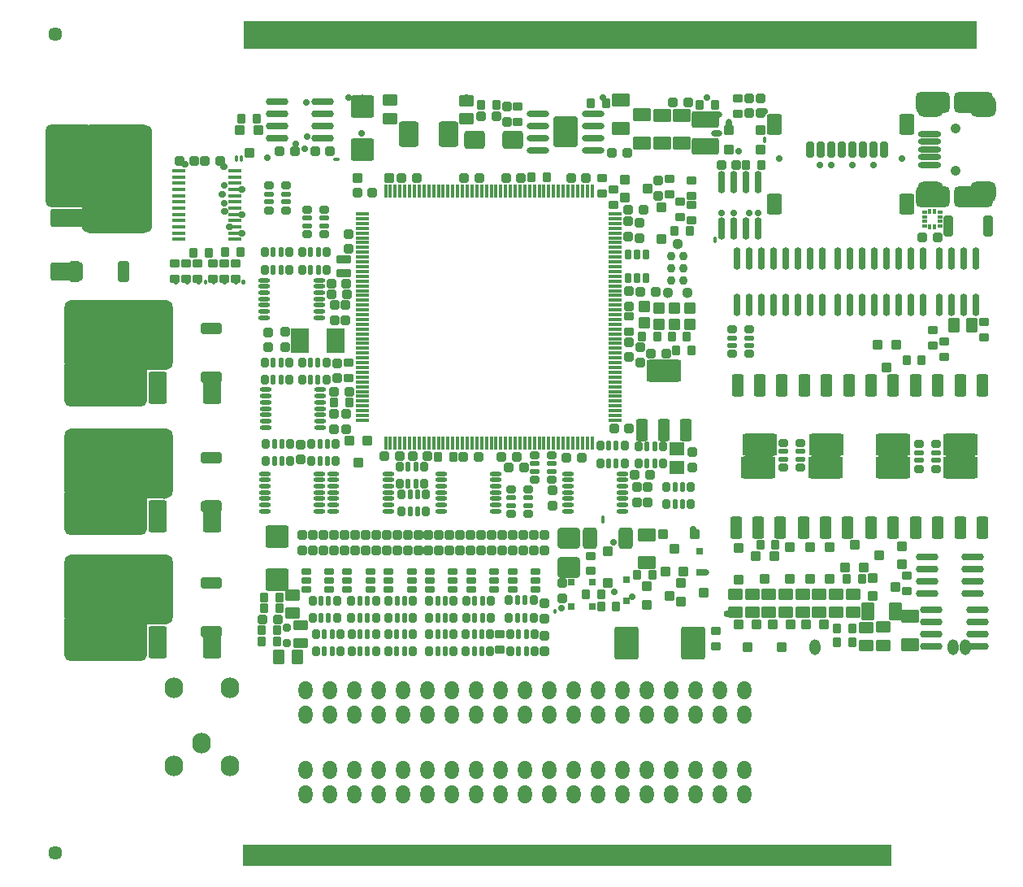
<source format=gts>
G75*
G70*
%OFA0B0*%
%FSLAX25Y25*%
%IPPOS*%
%LPD*%
%AMOC8*
5,1,8,0,0,1.08239X$1,22.5*
%
%AMM100*
21,1,0.044880,0.049210,0.000000,0.000000,90.000000*
21,1,0.031500,0.062600,0.000000,0.000000,90.000000*
1,1,0.013390,0.024610,0.015750*
1,1,0.013390,0.024610,-0.015750*
1,1,0.013390,-0.024610,-0.015750*
1,1,0.013390,-0.024610,0.015750*
%
%AMM111*
21,1,0.100000,0.111020,0.000000,0.000000,180.000000*
21,1,0.075590,0.135430,0.000000,0.000000,180.000000*
1,1,0.024410,-0.037800,0.055510*
1,1,0.024410,0.037800,0.055510*
1,1,0.024410,0.037800,-0.055510*
1,1,0.024410,-0.037800,-0.055510*
%
%AMM112*
21,1,0.029130,0.018900,0.000000,0.000000,270.000000*
21,1,0.018900,0.029130,0.000000,0.000000,270.000000*
1,1,0.010240,-0.009450,-0.009450*
1,1,0.010240,-0.009450,0.009450*
1,1,0.010240,0.009450,0.009450*
1,1,0.010240,0.009450,-0.009450*
%
%AMM113*
21,1,0.041340,0.026770,0.000000,0.000000,0.000000*
21,1,0.029130,0.038980,0.000000,0.000000,0.000000*
1,1,0.012210,0.014570,-0.013390*
1,1,0.012210,-0.014570,-0.013390*
1,1,0.012210,-0.014570,0.013390*
1,1,0.012210,0.014570,0.013390*
%
%AMM114*
21,1,0.029130,0.018900,0.000000,0.000000,180.000000*
21,1,0.018900,0.029130,0.000000,0.000000,180.000000*
1,1,0.010240,-0.009450,0.009450*
1,1,0.010240,0.009450,0.009450*
1,1,0.010240,0.009450,-0.009450*
1,1,0.010240,-0.009450,-0.009450*
%
%AMM115*
21,1,0.040950,0.030320,0.000000,0.000000,0.000000*
21,1,0.028350,0.042910,0.000000,0.000000,0.000000*
1,1,0.012600,0.014170,-0.015160*
1,1,0.012600,-0.014170,-0.015160*
1,1,0.012600,-0.014170,0.015160*
1,1,0.012600,0.014170,0.015160*
%
%AMM116*
21,1,0.084250,0.070870,0.000000,0.000000,270.000000*
21,1,0.062990,0.092130,0.000000,0.000000,270.000000*
1,1,0.021260,-0.035430,-0.031500*
1,1,0.021260,-0.035430,0.031500*
1,1,0.021260,0.035430,0.031500*
1,1,0.021260,0.035430,-0.031500*
%
%AMM117*
21,1,0.056690,0.068500,0.000000,0.000000,180.000000*
21,1,0.040950,0.084250,0.000000,0.000000,180.000000*
1,1,0.015750,-0.020470,0.034250*
1,1,0.015750,0.020470,0.034250*
1,1,0.015750,0.020470,-0.034250*
1,1,0.015750,-0.020470,-0.034250*
%
%AMM118*
21,1,0.038980,0.026770,0.000000,0.000000,90.000000*
21,1,0.026770,0.038980,0.000000,0.000000,90.000000*
1,1,0.012210,0.013390,0.013390*
1,1,0.012210,0.013390,-0.013390*
1,1,0.012210,-0.013390,-0.013390*
1,1,0.012210,-0.013390,0.013390*
%
%AMM119*
21,1,0.041340,0.026770,0.000000,0.000000,90.000000*
21,1,0.029130,0.038980,0.000000,0.000000,90.000000*
1,1,0.012210,0.013390,0.014570*
1,1,0.012210,0.013390,-0.014570*
1,1,0.012210,-0.013390,-0.014570*
1,1,0.012210,-0.013390,0.014570*
%
%AMM120*
21,1,0.076380,0.036220,0.000000,0.000000,180.000000*
21,1,0.061810,0.050790,0.000000,0.000000,180.000000*
1,1,0.014570,-0.030910,0.018110*
1,1,0.014570,0.030910,0.018110*
1,1,0.014570,0.030910,-0.018110*
1,1,0.014570,-0.030910,-0.018110*
%
%AMM126*
21,1,0.111810,0.050390,0.000000,0.000000,0.000000*
21,1,0.093700,0.068500,0.000000,0.000000,0.000000*
1,1,0.018110,0.046850,-0.025200*
1,1,0.018110,-0.046850,-0.025200*
1,1,0.018110,-0.046850,0.025200*
1,1,0.018110,0.046850,0.025200*
%
%AMM127*
21,1,0.080320,0.083460,0.000000,0.000000,180.000000*
21,1,0.059840,0.103940,0.000000,0.000000,180.000000*
1,1,0.020470,-0.029920,0.041730*
1,1,0.020470,0.029920,0.041730*
1,1,0.020470,0.029920,-0.041730*
1,1,0.020470,-0.029920,-0.041730*
%
%AMM128*
21,1,0.127560,0.075590,0.000000,0.000000,270.000000*
21,1,0.103150,0.100000,0.000000,0.000000,270.000000*
1,1,0.024410,-0.037800,-0.051580*
1,1,0.024410,-0.037800,0.051580*
1,1,0.024410,0.037800,0.051580*
1,1,0.024410,0.037800,-0.051580*
%
%AMM129*
21,1,0.084250,0.053540,0.000000,0.000000,180.000000*
21,1,0.065350,0.072440,0.000000,0.000000,180.000000*
1,1,0.018900,-0.032680,0.026770*
1,1,0.018900,0.032680,0.026770*
1,1,0.018900,0.032680,-0.026770*
1,1,0.018900,-0.032680,-0.026770*
%
%AMM130*
21,1,0.092130,0.073230,0.000000,0.000000,90.000000*
21,1,0.069290,0.096060,0.000000,0.000000,90.000000*
1,1,0.022840,0.036610,0.034650*
1,1,0.022840,0.036610,-0.034650*
1,1,0.022840,-0.036610,-0.034650*
1,1,0.022840,-0.036610,0.034650*
%
%AMM133*
21,1,0.084250,0.045670,0.000000,0.000000,270.000000*
21,1,0.067320,0.062600,0.000000,0.000000,270.000000*
1,1,0.016930,-0.022840,-0.033660*
1,1,0.016930,-0.022840,0.033660*
1,1,0.016930,0.022840,0.033660*
1,1,0.016930,0.022840,-0.033660*
%
%AMM134*
21,1,0.064570,0.020470,0.000000,0.000000,270.000000*
21,1,0.053940,0.031100,0.000000,0.000000,270.000000*
1,1,0.010630,-0.010240,-0.026970*
1,1,0.010630,-0.010240,0.026970*
1,1,0.010630,0.010240,0.026970*
1,1,0.010630,0.010240,-0.026970*
%
%AMM140*
21,1,0.076380,0.036220,0.000000,0.000000,270.000000*
21,1,0.061810,0.050790,0.000000,0.000000,270.000000*
1,1,0.014570,-0.018110,-0.030910*
1,1,0.014570,-0.018110,0.030910*
1,1,0.014570,0.018110,0.030910*
1,1,0.014570,0.018110,-0.030910*
%
%AMM141*
21,1,0.040950,0.030320,0.000000,0.000000,90.000000*
21,1,0.028350,0.042910,0.000000,0.000000,90.000000*
1,1,0.012600,0.015160,0.014170*
1,1,0.012600,0.015160,-0.014170*
1,1,0.012600,-0.015160,-0.014170*
1,1,0.012600,-0.015160,0.014170*
%
%AMM142*
21,1,0.048820,0.075980,0.000000,0.000000,180.000000*
21,1,0.034650,0.090160,0.000000,0.000000,180.000000*
1,1,0.014170,-0.017320,0.037990*
1,1,0.014170,0.017320,0.037990*
1,1,0.014170,0.017320,-0.037990*
1,1,0.014170,-0.017320,-0.037990*
%
%AMM143*
21,1,0.048820,0.075990,0.000000,0.000000,180.000000*
21,1,0.034650,0.090160,0.000000,0.000000,180.000000*
1,1,0.014170,-0.017320,0.037990*
1,1,0.014170,0.017320,0.037990*
1,1,0.014170,0.017320,-0.037990*
1,1,0.014170,-0.017320,-0.037990*
%
%AMM144*
21,1,0.143310,0.067720,0.000000,0.000000,180.000000*
21,1,0.120870,0.090160,0.000000,0.000000,180.000000*
1,1,0.022440,-0.060430,0.033860*
1,1,0.022440,0.060430,0.033860*
1,1,0.022440,0.060430,-0.033860*
1,1,0.022440,-0.060430,-0.033860*
%
%AMM146*
21,1,0.038980,0.026770,0.000000,0.000000,0.000000*
21,1,0.026770,0.038980,0.000000,0.000000,0.000000*
1,1,0.012210,0.013390,-0.013390*
1,1,0.012210,-0.013390,-0.013390*
1,1,0.012210,-0.013390,0.013390*
1,1,0.012210,0.013390,0.013390*
%
%AMM35*
21,1,0.086220,0.097440,0.000000,0.000000,270.000000*
21,1,0.040350,0.143310,0.000000,0.000000,270.000000*
1,1,0.045870,-0.048720,-0.020180*
1,1,0.045870,-0.048720,0.020180*
1,1,0.045870,0.048720,0.020180*
1,1,0.045870,0.048720,-0.020180*
%
%AMM36*
21,1,0.086220,0.117130,0.000000,0.000000,270.000000*
21,1,0.040350,0.162990,0.000000,0.000000,270.000000*
1,1,0.045870,-0.058560,-0.020180*
1,1,0.045870,-0.058560,0.020180*
1,1,0.045870,0.058560,0.020180*
1,1,0.045870,0.058560,-0.020180*
%
%AMM37*
21,1,0.084250,0.059060,0.000000,0.000000,90.000000*
21,1,0.039370,0.103940,0.000000,0.000000,90.000000*
1,1,0.044880,0.029530,0.019680*
1,1,0.044880,0.029530,-0.019680*
1,1,0.044880,-0.029530,-0.019680*
1,1,0.044880,-0.029530,0.019680*
%
%AMM38*
21,1,0.015350,0.017720,0.000000,0.000000,180.000000*
21,1,0.000000,0.033070,0.000000,0.000000,180.000000*
1,1,0.015350,0.000000,0.008860*
1,1,0.015350,0.000000,0.008860*
1,1,0.015350,0.000000,-0.008860*
1,1,0.015350,0.000000,-0.008860*
%
%AMM39*
21,1,0.046850,0.070470,0.000000,0.000000,90.000000*
21,1,0.033070,0.084250,0.000000,0.000000,90.000000*
1,1,0.013780,0.035240,0.016540*
1,1,0.013780,0.035240,-0.016540*
1,1,0.013780,-0.035240,-0.016540*
1,1,0.013780,-0.035240,0.016540*
%
%AMM40*
21,1,0.444490,0.226770,0.000000,0.000000,180.000000*
21,1,0.382280,0.288980,0.000000,0.000000,180.000000*
1,1,0.062210,-0.191140,0.113390*
1,1,0.062210,0.191140,0.113390*
1,1,0.062210,0.191140,-0.113390*
1,1,0.062210,-0.191140,-0.113390*
%
%AMM41*
21,1,0.338190,0.149610,0.000000,0.000000,180.000000*
21,1,0.295280,0.192520,0.000000,0.000000,180.000000*
1,1,0.042910,-0.147640,0.074800*
1,1,0.042910,0.147640,0.074800*
1,1,0.042910,0.147640,-0.074800*
1,1,0.042910,-0.147640,-0.074800*
%
%AMM42*
21,1,0.046850,0.070470,0.000000,0.000000,0.000000*
21,1,0.033070,0.084250,0.000000,0.000000,0.000000*
1,1,0.013780,0.016540,-0.035240*
1,1,0.013780,-0.016540,-0.035240*
1,1,0.013780,-0.016540,0.035240*
1,1,0.013780,0.016540,0.035240*
%
%AMM43*
21,1,0.444490,0.226770,0.000000,0.000000,90.000000*
21,1,0.382280,0.288980,0.000000,0.000000,90.000000*
1,1,0.062210,0.113390,0.191140*
1,1,0.062210,0.113390,-0.191140*
1,1,0.062210,-0.113390,-0.191140*
1,1,0.062210,-0.113390,0.191140*
%
%AMM44*
21,1,0.338190,0.149610,0.000000,0.000000,90.000000*
21,1,0.295280,0.192520,0.000000,0.000000,90.000000*
1,1,0.042910,0.074800,0.147640*
1,1,0.042910,0.074800,-0.147640*
1,1,0.042910,-0.074800,-0.147640*
1,1,0.042910,-0.074800,0.147640*
%
%AMM45*
21,1,0.038980,0.026770,0.000000,0.000000,180.000000*
21,1,0.026770,0.038980,0.000000,0.000000,180.000000*
1,1,0.012210,-0.013390,0.013390*
1,1,0.012210,0.013390,0.013390*
1,1,0.012210,0.013390,-0.013390*
1,1,0.012210,-0.013390,-0.013390*
%
%AMM46*
21,1,0.131500,0.056690,0.000000,0.000000,270.000000*
21,1,0.111810,0.076380,0.000000,0.000000,270.000000*
1,1,0.019680,-0.028350,-0.055910*
1,1,0.019680,-0.028350,0.055910*
1,1,0.019680,0.028350,0.055910*
1,1,0.019680,0.028350,-0.055910*
%
%AMM47*
21,1,0.037010,0.072440,0.000000,0.000000,180.000000*
21,1,0.025200,0.084250,0.000000,0.000000,180.000000*
1,1,0.011810,-0.012600,0.036220*
1,1,0.011810,0.012600,0.036220*
1,1,0.011810,0.012600,-0.036220*
1,1,0.011810,-0.012600,-0.036220*
%
%AMM48*
21,1,0.033070,0.030710,0.000000,0.000000,270.000000*
21,1,0.022050,0.041730,0.000000,0.000000,270.000000*
1,1,0.011020,-0.015350,-0.011020*
1,1,0.011020,-0.015350,0.011020*
1,1,0.011020,0.015350,0.011020*
1,1,0.011020,0.015350,-0.011020*
%
%AMM49*
21,1,0.131500,0.056690,0.000000,0.000000,180.000000*
21,1,0.111810,0.076380,0.000000,0.000000,180.000000*
1,1,0.019680,-0.055910,0.028350*
1,1,0.019680,0.055910,0.028350*
1,1,0.019680,0.055910,-0.028350*
1,1,0.019680,-0.055910,-0.028350*
%
%AMM72*
21,1,0.048820,0.075980,0.000000,0.000000,0.000000*
21,1,0.034650,0.090160,0.000000,0.000000,0.000000*
1,1,0.014170,0.017320,-0.037990*
1,1,0.014170,-0.017320,-0.037990*
1,1,0.014170,-0.017320,0.037990*
1,1,0.014170,0.017320,0.037990*
%
%AMM73*
21,1,0.048820,0.075990,0.000000,0.000000,0.000000*
21,1,0.034650,0.090160,0.000000,0.000000,0.000000*
1,1,0.014170,0.017320,-0.037990*
1,1,0.014170,-0.017320,-0.037990*
1,1,0.014170,-0.017320,0.037990*
1,1,0.014170,0.017320,0.037990*
%
%AMM74*
21,1,0.143310,0.067720,0.000000,0.000000,0.000000*
21,1,0.120870,0.090160,0.000000,0.000000,0.000000*
1,1,0.022440,0.060430,-0.033860*
1,1,0.022440,-0.060430,-0.033860*
1,1,0.022440,-0.060430,0.033860*
1,1,0.022440,0.060430,0.033860*
%
%AMM75*
21,1,0.031100,0.026380,0.000000,0.000000,90.000000*
21,1,0.020470,0.037010,0.000000,0.000000,90.000000*
1,1,0.010630,0.013190,0.010240*
1,1,0.010630,0.013190,-0.010240*
1,1,0.010630,-0.013190,-0.010240*
1,1,0.010630,-0.013190,0.010240*
%
%AMM76*
21,1,0.023230,0.027950,0.000000,0.000000,90.000000*
21,1,0.014170,0.037010,0.000000,0.000000,90.000000*
1,1,0.009060,0.013980,0.007090*
1,1,0.009060,0.013980,-0.007090*
1,1,0.009060,-0.013980,-0.007090*
1,1,0.009060,-0.013980,0.007090*
%
%AMM77*
21,1,0.038980,0.026770,0.000000,0.000000,270.000000*
21,1,0.026770,0.038980,0.000000,0.000000,270.000000*
1,1,0.012210,-0.013390,-0.013390*
1,1,0.012210,-0.013390,0.013390*
1,1,0.012210,0.013390,0.013390*
1,1,0.012210,0.013390,-0.013390*
%
%AMM78*
21,1,0.044880,0.035430,0.000000,0.000000,270.000000*
21,1,0.031500,0.048820,0.000000,0.000000,270.000000*
1,1,0.013390,-0.017720,-0.015750*
1,1,0.013390,-0.017720,0.015750*
1,1,0.013390,0.017720,0.015750*
1,1,0.013390,0.017720,-0.015750*
%
%AMM79*
21,1,0.033070,0.030710,0.000000,0.000000,180.000000*
21,1,0.022050,0.041730,0.000000,0.000000,180.000000*
1,1,0.011020,-0.011020,0.015350*
1,1,0.011020,0.011020,0.015350*
1,1,0.011020,0.011020,-0.015350*
1,1,0.011020,-0.011020,-0.015350*
%
%AMM80*
21,1,0.033070,0.030710,0.000000,0.000000,90.000000*
21,1,0.022050,0.041730,0.000000,0.000000,90.000000*
1,1,0.011020,0.015350,0.011020*
1,1,0.011020,0.015350,-0.011020*
1,1,0.011020,-0.015350,-0.011020*
1,1,0.011020,-0.015350,0.011020*
%
%AMM81*
21,1,0.040950,0.030320,0.000000,0.000000,270.000000*
21,1,0.028350,0.042910,0.000000,0.000000,270.000000*
1,1,0.012600,-0.015160,-0.014170*
1,1,0.012600,-0.015160,0.014170*
1,1,0.012600,0.015160,0.014170*
1,1,0.012600,0.015160,-0.014170*
%
%AMM82*
21,1,0.029130,0.030710,0.000000,0.000000,180.000000*
21,1,0.018900,0.040950,0.000000,0.000000,180.000000*
1,1,0.010240,-0.009450,0.015350*
1,1,0.010240,0.009450,0.015350*
1,1,0.010240,0.009450,-0.015350*
1,1,0.010240,-0.009450,-0.015350*
%
%AMM83*
21,1,0.031100,0.026380,0.000000,0.000000,0.000000*
21,1,0.020470,0.037010,0.000000,0.000000,0.000000*
1,1,0.010630,0.010240,-0.013190*
1,1,0.010630,-0.010240,-0.013190*
1,1,0.010630,-0.010240,0.013190*
1,1,0.010630,0.010240,0.013190*
%
%AMM84*
21,1,0.023230,0.027950,0.000000,0.000000,0.000000*
21,1,0.014170,0.037010,0.000000,0.000000,0.000000*
1,1,0.009060,0.007090,-0.013980*
1,1,0.009060,-0.007090,-0.013980*
1,1,0.009060,-0.007090,0.013980*
1,1,0.009060,0.007090,0.013980*
%
%AMM85*
21,1,0.041340,0.026770,0.000000,0.000000,270.000000*
21,1,0.029130,0.038980,0.000000,0.000000,270.000000*
1,1,0.012210,-0.013390,-0.014570*
1,1,0.012210,-0.013390,0.014570*
1,1,0.012210,0.013390,0.014570*
1,1,0.012210,0.013390,-0.014570*
%
%AMM86*
21,1,0.040950,0.030320,0.000000,0.000000,180.000000*
21,1,0.028350,0.042910,0.000000,0.000000,180.000000*
1,1,0.012600,-0.014170,0.015160*
1,1,0.012600,0.014170,0.015160*
1,1,0.012600,0.014170,-0.015160*
1,1,0.012600,-0.014170,-0.015160*
%
%AMM87*
21,1,0.033070,0.049610,0.000000,0.000000,270.000000*
21,1,0.022050,0.060630,0.000000,0.000000,270.000000*
1,1,0.011020,-0.024800,-0.011020*
1,1,0.011020,-0.024800,0.011020*
1,1,0.011020,0.024800,0.011020*
1,1,0.011020,0.024800,-0.011020*
%
%AMM88*
21,1,0.041340,0.026770,0.000000,0.000000,180.000000*
21,1,0.029130,0.038980,0.000000,0.000000,180.000000*
1,1,0.012210,-0.014570,0.013390*
1,1,0.012210,0.014570,0.013390*
1,1,0.012210,0.014570,-0.013390*
1,1,0.012210,-0.014570,-0.013390*
%
%AMM95*
21,1,0.040950,0.050000,0.000000,0.000000,270.000000*
21,1,0.028350,0.062600,0.000000,0.000000,270.000000*
1,1,0.012600,-0.025000,-0.014170*
1,1,0.012600,-0.025000,0.014170*
1,1,0.012600,0.025000,0.014170*
1,1,0.012600,0.025000,-0.014170*
%
%AMM96*
21,1,0.092130,0.073230,0.000000,0.000000,270.000000*
21,1,0.069290,0.096060,0.000000,0.000000,270.000000*
1,1,0.022840,-0.036610,-0.034650*
1,1,0.022840,-0.036610,0.034650*
1,1,0.022840,0.036610,0.034650*
1,1,0.022840,0.036610,-0.034650*
%
%AMM97*
21,1,0.044880,0.049210,0.000000,0.000000,180.000000*
21,1,0.031500,0.062600,0.000000,0.000000,180.000000*
1,1,0.013390,-0.015750,0.024610*
1,1,0.013390,0.015750,0.024610*
1,1,0.013390,0.015750,-0.024610*
1,1,0.013390,-0.015750,-0.024610*
%
%AMM98*
21,1,0.029130,0.030710,0.000000,0.000000,90.000000*
21,1,0.018900,0.040950,0.000000,0.000000,90.000000*
1,1,0.010240,0.015350,0.009450*
1,1,0.010240,0.015350,-0.009450*
1,1,0.010240,-0.015350,-0.009450*
1,1,0.010240,-0.015350,0.009450*
%
%AMM99*
21,1,0.033070,0.030710,0.000000,0.000000,0.000000*
21,1,0.022050,0.041730,0.000000,0.000000,0.000000*
1,1,0.011020,0.011020,-0.015350*
1,1,0.011020,-0.011020,-0.015350*
1,1,0.011020,-0.011020,0.015350*
1,1,0.011020,0.011020,0.015350*
%
%ADD101O,0.01417X0.05669*%
%ADD102O,0.09213X0.02913*%
%ADD103C,0.03651*%
%ADD104C,0.04451*%
%ADD111M45*%
%ADD115M88*%
%ADD116M37*%
%ADD119M40*%
%ADD120M43*%
%ADD121M82*%
%ADD123R,0.04488X0.08425*%
%ADD124R,0.04232X0.39685*%
%ADD126M79*%
%ADD131O,0.01535X0.02520*%
%ADD141M114*%
%ADD144O,0.04488X0.06457*%
%ADD146M126*%
%ADD150M78*%
%ADD153M87*%
%ADD154M146*%
%ADD157M38*%
%ADD16M111*%
%ADD160M98*%
%ADD161M141*%
%ADD162O,0.02913X0.09213*%
%ADD164M42*%
%ADD170M130*%
%ADD171M127*%
%ADD176C,0.04095*%
%ADD177R,0.04488X0.12362*%
%ADD188M75*%
%ADD190M39*%
%ADD198M99*%
%ADD20M81*%
%ADD203M84*%
%ADD204C,0.03701*%
%ADD206M120*%
%ADD209M86*%
%ADD210M72*%
%ADD212M113*%
%ADD213O,0.05669X0.01417*%
%ADD216M46*%
%ADD219M140*%
%ADD22M112*%
%ADD222R,2.65847X0.08563*%
%ADD224M144*%
%ADD226O,0.04488X0.02520*%
%ADD229M128*%
%ADD23M133*%
%ADD230R,0.06457X0.05669*%
%ADD238M96*%
%ADD24M100*%
%ADD240M73*%
%ADD242R,0.08425X0.04488*%
%ADD248M119*%
%ADD25R,0.39685X0.04232*%
%ADD252M85*%
%ADD255O,0.09213X0.02520*%
%ADD256O,0.02520X0.01535*%
%ADD257M44*%
%ADD258C,0.04488*%
%ADD259O,0.09409X0.02520*%
%ADD262R,0.12362X0.04488*%
%ADD265O,0.01339X0.03307*%
%ADD274C,0.00551*%
%ADD278M134*%
%ADD284O,0.07638X0.08425*%
%ADD287M118*%
%ADD290C,0.05701*%
%ADD291M116*%
%ADD299M47*%
%ADD301M142*%
%ADD302M74*%
%ADD31O,0.05512X0.01535*%
%ADD37O,0.02520X0.04488*%
%ADD38M35*%
%ADD45M143*%
%ADD48R,0.07244X0.10000*%
%ADD49O,0.01339X0.02520*%
%ADD52M80*%
%ADD55M115*%
%ADD57O,0.01339X0.02126*%
%ADD58R,3.01083X0.11614*%
%ADD61O,0.04882X0.01732*%
%ADD67M49*%
%ADD71M129*%
%ADD72R,0.01535X0.01929*%
%ADD80R,0.01929X0.01535*%
%ADD81M36*%
%ADD83O,0.03701X0.02913*%
%ADD84M76*%
%ADD85M41*%
%ADD86M97*%
%ADD88M77*%
%ADD89M83*%
%ADD90C,0.02913*%
%ADD92O,0.05669X0.07638*%
%ADD96M95*%
%ADD97M117*%
%ADD98M48*%
X0000000Y0000000D02*
G01*
G75*
G36*
X0369370Y0262219D02*
X0369228Y0262219D01*
X0369228Y0264921D01*
X0369370Y0264921D01*
X0369370Y0262219D01*
D02*
G37*
G36*
X0369370Y0265548D02*
X0369131Y0265548D01*
X0369131Y0266890D01*
X0369370Y0266890D01*
X0369370Y0265548D01*
D02*
G37*
G36*
X0369370Y0268852D02*
X0369181Y0268852D01*
X0369181Y0268858D01*
X0369370Y0268858D01*
X0369370Y0268852D01*
D02*
G37*
D124*
X0011860Y0105059D02*
D03*
X0011860Y0156634D02*
D03*
X0011861Y0209390D02*
D03*
D25*
X0022776Y0301526D02*
D03*
D222*
X0215699Y0004281D02*
D03*
D58*
X0233317Y0340650D02*
D03*
D38*
X0365547Y0313090D02*
D03*
X0365547Y0274311D02*
D03*
D81*
X0382279Y0313090D02*
D03*
X0382279Y0274311D02*
D03*
D116*
X0364642Y0276181D02*
D03*
X0386098Y0276181D02*
D03*
X0386098Y0311221D02*
D03*
X0364642Y0311221D02*
D03*
D259*
X0364268Y0293701D02*
D03*
X0364268Y0290551D02*
D03*
X0364268Y0287402D02*
D03*
X0364268Y0296850D02*
D03*
X0364268Y0300000D02*
D03*
D157*
X0230315Y0141929D02*
D03*
D49*
X0210630Y0104331D02*
D03*
D226*
X0271752Y0120276D02*
D03*
X0277047Y0307973D02*
D03*
X0277047Y0300492D02*
D03*
D131*
X0081988Y0289862D02*
D03*
X0080020Y0289862D02*
D03*
D256*
X0120768Y0289665D02*
D03*
D131*
X0276260Y0256693D02*
D03*
D265*
X0296634Y0297638D02*
D03*
D37*
X0281791Y0304035D02*
D03*
D144*
X0317231Y0089582D02*
D03*
X0373825Y0089582D02*
D03*
X0378769Y0089582D02*
D03*
D83*
X0281581Y0103347D02*
D03*
D57*
X0067422Y0239273D02*
D03*
X0070728Y0239273D02*
D03*
X0064468Y0239273D02*
D03*
X0075354Y0239273D02*
D03*
X0079980Y0239273D02*
D03*
X0082972Y0239273D02*
D03*
X0059842Y0239273D02*
D03*
X0055216Y0239273D02*
D03*
D190*
X0069685Y0115905D02*
D03*
X0069685Y0095906D02*
D03*
X0069685Y0167480D02*
D03*
X0069685Y0147480D02*
D03*
X0069685Y0220236D02*
D03*
X0069685Y0200236D02*
D03*
D262*
X0018602Y0093012D02*
D03*
X0018602Y0105905D02*
D03*
X0018602Y0118799D02*
D03*
X0038484Y0106004D02*
D03*
X0038484Y0118898D02*
D03*
X0018602Y0144587D02*
D03*
X0018602Y0157480D02*
D03*
X0018602Y0170374D02*
D03*
X0038484Y0157579D02*
D03*
X0038484Y0170472D02*
D03*
X0018602Y0197343D02*
D03*
X0018602Y0210236D02*
D03*
X0018602Y0223130D02*
D03*
X0038484Y0210335D02*
D03*
X0038484Y0223228D02*
D03*
D242*
X0036515Y0093110D02*
D03*
X0036515Y0144685D02*
D03*
X0036515Y0197441D02*
D03*
D119*
X0031693Y0113287D02*
D03*
X0031693Y0164862D02*
D03*
X0031693Y0217618D02*
D03*
D85*
X0026378Y0093701D02*
D03*
X0026378Y0145276D02*
D03*
X0026378Y0198031D02*
D03*
D164*
X0033622Y0243701D02*
D03*
X0013622Y0243701D02*
D03*
D177*
X0010728Y0294783D02*
D03*
X0023622Y0294783D02*
D03*
X0036516Y0294783D02*
D03*
X0023720Y0274902D02*
D03*
X0036614Y0274902D02*
D03*
D123*
X0010827Y0276870D02*
D03*
D120*
X0031004Y0281693D02*
D03*
D257*
X0011417Y0287008D02*
D03*
D80*
X0362205Y0266142D02*
D03*
X0362205Y0264173D02*
D03*
X0362205Y0268110D02*
D03*
X0362205Y0262205D02*
D03*
X0368504Y0268110D02*
D03*
X0368504Y0266142D02*
D03*
X0368504Y0264173D02*
D03*
X0368504Y0262205D02*
D03*
D72*
X0364370Y0268307D02*
D03*
X0366339Y0268307D02*
D03*
X0366339Y0262008D02*
D03*
X0364370Y0262008D02*
D03*
D111*
X0367480Y0257776D02*
D03*
X0361260Y0257776D02*
D03*
D216*
X0069784Y0091732D02*
D03*
X0047736Y0091732D02*
D03*
X0047736Y0196063D02*
D03*
X0069784Y0196063D02*
D03*
X0047736Y0143307D02*
D03*
X0069784Y0143307D02*
D03*
D299*
X0388387Y0262319D02*
D03*
X0371851Y0262319D02*
D03*
D98*
X0276673Y0096260D02*
D03*
X0276673Y0089961D02*
D03*
D67*
X0010236Y0243602D02*
D03*
X0010236Y0265650D02*
D03*
D176*
X0374799Y0285039D02*
D03*
X0374799Y0302362D02*
D03*
D90*
X0234744Y0132776D02*
D03*
X0213287Y0105807D02*
D03*
X0242224Y0110236D02*
D03*
X0267126Y0137992D02*
D03*
X0234813Y0112175D02*
D03*
X0352772Y0290075D02*
D03*
X0319390Y0287402D02*
D03*
X0302756Y0290039D02*
D03*
X0332579Y0287402D02*
D03*
X0341339Y0287402D02*
D03*
X0324016Y0287402D02*
D03*
X0296555Y0309350D02*
D03*
X0104331Y0296063D02*
D03*
X0107776Y0293996D02*
D03*
X0108957Y0299016D02*
D03*
X0108661Y0312992D02*
D03*
X0290354Y0267815D02*
D03*
X0293898Y0267815D02*
D03*
X0278839Y0267815D02*
D03*
X0283858Y0267815D02*
D03*
X0286043Y0293110D02*
D03*
X0230118Y0315158D02*
D03*
X0273031Y0315158D02*
D03*
X0131398Y0300197D02*
D03*
X0174213Y0315158D02*
D03*
X0125932Y0315158D02*
D03*
X0075059Y0279035D02*
D03*
X0082284Y0277362D02*
D03*
X0074213Y0275197D02*
D03*
X0075059Y0271752D02*
D03*
X0082284Y0267126D02*
D03*
X0075354Y0268406D02*
D03*
X0077126Y0262008D02*
D03*
X0082284Y0259449D02*
D03*
X0075000Y0286516D02*
D03*
X0058957Y0287697D02*
D03*
D274*
X0312205Y0052165D02*
D03*
X0319882Y0021457D02*
D03*
X0028346Y0021457D02*
D03*
X0036024Y0052165D02*
D03*
X0034331Y0073150D02*
D03*
X0316496Y0073150D02*
D03*
X0015079Y0039449D02*
D03*
X0333701Y0039449D02*
D03*
X0250590Y0317717D02*
D03*
D284*
X0054331Y0041142D02*
D03*
X0077165Y0041142D02*
D03*
X0065748Y0050315D02*
D03*
X0054331Y0073150D02*
D03*
X0077165Y0073150D02*
D03*
D92*
X0208307Y0062087D02*
D03*
X0288307Y0072087D02*
D03*
X0288307Y0062087D02*
D03*
X0278307Y0072087D02*
D03*
X0278307Y0062087D02*
D03*
X0268307Y0072087D02*
D03*
X0268307Y0062087D02*
D03*
X0258307Y0072087D02*
D03*
X0258307Y0062087D02*
D03*
X0248307Y0072087D02*
D03*
X0248307Y0062087D02*
D03*
X0238307Y0072087D02*
D03*
X0238307Y0062087D02*
D03*
X0228307Y0072087D02*
D03*
X0228307Y0062087D02*
D03*
X0218307Y0072087D02*
D03*
X0218307Y0062087D02*
D03*
X0208307Y0072087D02*
D03*
X0208307Y0029331D02*
D03*
X0288307Y0039331D02*
D03*
X0288307Y0029331D02*
D03*
X0278307Y0039331D02*
D03*
X0278307Y0029331D02*
D03*
X0268307Y0039331D02*
D03*
X0268307Y0029331D02*
D03*
X0258307Y0039331D02*
D03*
X0258307Y0029331D02*
D03*
X0248307Y0039331D02*
D03*
X0248307Y0029331D02*
D03*
X0238307Y0039331D02*
D03*
X0238307Y0029331D02*
D03*
X0228307Y0039331D02*
D03*
X0228307Y0029331D02*
D03*
X0218307Y0039331D02*
D03*
X0218307Y0029331D02*
D03*
X0208307Y0039331D02*
D03*
X0108307Y0062087D02*
D03*
X0108307Y0072087D02*
D03*
X0118307Y0062087D02*
D03*
X0118307Y0072087D02*
D03*
X0128307Y0062087D02*
D03*
X0128307Y0072087D02*
D03*
X0138307Y0062087D02*
D03*
X0138307Y0072087D02*
D03*
X0148307Y0062087D02*
D03*
X0148307Y0072087D02*
D03*
X0158307Y0062087D02*
D03*
X0158307Y0072087D02*
D03*
X0168307Y0062087D02*
D03*
X0168307Y0072087D02*
D03*
X0178307Y0062087D02*
D03*
X0178307Y0072087D02*
D03*
X0188307Y0062087D02*
D03*
X0188307Y0072087D02*
D03*
X0198307Y0062087D02*
D03*
X0198307Y0072087D02*
D03*
X0108307Y0029331D02*
D03*
X0108307Y0039331D02*
D03*
X0118307Y0029331D02*
D03*
X0118307Y0039331D02*
D03*
X0128307Y0029331D02*
D03*
X0128307Y0039331D02*
D03*
X0138307Y0029331D02*
D03*
X0138307Y0039331D02*
D03*
X0148307Y0029331D02*
D03*
X0148307Y0039331D02*
D03*
X0158307Y0029331D02*
D03*
X0158307Y0039331D02*
D03*
X0168307Y0029331D02*
D03*
X0168307Y0039331D02*
D03*
X0178307Y0029331D02*
D03*
X0178307Y0039331D02*
D03*
X0188307Y0029331D02*
D03*
X0188307Y0039331D02*
D03*
X0198307Y0029331D02*
D03*
X0198307Y0039331D02*
D03*
D290*
X0005630Y0341024D02*
D03*
X0343012Y0005433D02*
D03*
X0005630Y0005433D02*
D03*
D258*
X0028543Y0124114D02*
D03*
X0028543Y0112106D02*
D03*
X0028543Y0099803D02*
D03*
X0028543Y0087795D02*
D03*
X0040944Y0087795D02*
D03*
X0035728Y0087795D02*
D03*
X0040944Y0099803D02*
D03*
X0035728Y0099803D02*
D03*
X0042913Y0112106D02*
D03*
X0035728Y0112106D02*
D03*
X0035728Y0124114D02*
D03*
X0042913Y0124114D02*
D03*
X0050098Y0101181D02*
D03*
X0050098Y0112106D02*
D03*
X0050098Y0124114D02*
D03*
X0028543Y0093799D02*
D03*
X0028543Y0105905D02*
D03*
X0028543Y0118110D02*
D03*
X0050098Y0118110D02*
D03*
X0050098Y0106102D02*
D03*
X0028543Y0175689D02*
D03*
X0028543Y0163681D02*
D03*
X0028543Y0151378D02*
D03*
X0028543Y0139370D02*
D03*
X0040944Y0139370D02*
D03*
X0035728Y0139370D02*
D03*
X0040944Y0151378D02*
D03*
X0035728Y0151378D02*
D03*
X0042913Y0163681D02*
D03*
X0035728Y0163681D02*
D03*
X0035728Y0175689D02*
D03*
X0042913Y0175689D02*
D03*
X0050098Y0152756D02*
D03*
X0050098Y0163681D02*
D03*
X0050098Y0175689D02*
D03*
X0028543Y0145374D02*
D03*
X0028543Y0157480D02*
D03*
X0028543Y0169685D02*
D03*
X0050098Y0169685D02*
D03*
X0050098Y0157677D02*
D03*
X0028543Y0228445D02*
D03*
X0028543Y0216437D02*
D03*
X0028543Y0204134D02*
D03*
X0028543Y0192126D02*
D03*
X0040944Y0192126D02*
D03*
X0035728Y0192126D02*
D03*
X0040944Y0204134D02*
D03*
X0035728Y0204134D02*
D03*
X0042913Y0216437D02*
D03*
X0035728Y0216437D02*
D03*
X0035728Y0228445D02*
D03*
X0042913Y0228445D02*
D03*
X0050098Y0205512D02*
D03*
X0050098Y0216437D02*
D03*
X0050098Y0228445D02*
D03*
X0028543Y0198130D02*
D03*
X0028543Y0210236D02*
D03*
X0028543Y0222441D02*
D03*
X0050098Y0222441D02*
D03*
X0050098Y0210433D02*
D03*
X0041831Y0284843D02*
D03*
X0029823Y0284843D02*
D03*
X0017520Y0284843D02*
D03*
X0005512Y0284843D02*
D03*
X0005512Y0272441D02*
D03*
X0005512Y0277658D02*
D03*
X0017520Y0272441D02*
D03*
X0017520Y0277658D02*
D03*
X0029823Y0270473D02*
D03*
X0029823Y0277658D02*
D03*
X0041831Y0277658D02*
D03*
X0041831Y0270473D02*
D03*
X0018898Y0263288D02*
D03*
X0029823Y0263288D02*
D03*
X0041831Y0263288D02*
D03*
X0011516Y0284842D02*
D03*
X0023622Y0284842D02*
D03*
X0035827Y0284843D02*
D03*
X0035827Y0263288D02*
D03*
X0023819Y0263288D02*
D03*
X0087382Y0140157D02*
G01*
G75*
D210*
X0246240Y0178740D02*
D03*
X0264351Y0178740D02*
D03*
D240*
X0255295Y0178740D02*
D03*
D302*
X0255295Y0203149D02*
D03*
D157*
X0230315Y0141929D02*
D03*
D188*
X0100276Y0278838D02*
D03*
X0093189Y0278838D02*
D03*
X0093189Y0268799D02*
D03*
X0100276Y0268799D02*
D03*
X0115886Y0269074D02*
D03*
X0108799Y0269074D02*
D03*
X0108799Y0259034D02*
D03*
X0115886Y0259034D02*
D03*
X0192599Y0154429D02*
D03*
X0199685Y0154429D02*
D03*
X0199685Y0144389D02*
D03*
X0192599Y0144389D02*
D03*
X0202244Y0168307D02*
D03*
X0209331Y0168307D02*
D03*
X0209331Y0158267D02*
D03*
X0202244Y0158267D02*
D03*
D84*
X0093189Y0272244D02*
D03*
X0093189Y0275393D02*
D03*
X0100276Y0275393D02*
D03*
X0100276Y0272244D02*
D03*
X0108799Y0262479D02*
D03*
X0108799Y0265629D02*
D03*
X0115886Y0265629D02*
D03*
X0115886Y0262479D02*
D03*
X0192599Y0150984D02*
D03*
X0192599Y0147834D02*
D03*
X0199685Y0147834D02*
D03*
X0199685Y0150984D02*
D03*
X0202244Y0164862D02*
D03*
X0202244Y0161712D02*
D03*
X0209331Y0161712D02*
D03*
X0209331Y0164862D02*
D03*
D61*
X0215925Y0160826D02*
D03*
X0215925Y0158267D02*
D03*
X0215925Y0155708D02*
D03*
X0215925Y0153149D02*
D03*
X0215925Y0150590D02*
D03*
X0215925Y0148031D02*
D03*
X0215925Y0145472D02*
D03*
X0238366Y0160826D02*
D03*
X0238366Y0158267D02*
D03*
X0238366Y0155708D02*
D03*
X0238366Y0153149D02*
D03*
X0238366Y0150590D02*
D03*
X0238366Y0148031D02*
D03*
X0238366Y0145472D02*
D03*
X0091909Y0195177D02*
D03*
X0091909Y0192618D02*
D03*
X0091909Y0190059D02*
D03*
X0091909Y0187500D02*
D03*
X0091909Y0184940D02*
D03*
X0091909Y0182381D02*
D03*
X0091909Y0179822D02*
D03*
X0114351Y0195177D02*
D03*
X0114351Y0192618D02*
D03*
X0114351Y0190059D02*
D03*
X0114351Y0187500D02*
D03*
X0114351Y0184940D02*
D03*
X0114351Y0182381D02*
D03*
X0114351Y0179822D02*
D03*
X0091417Y0240157D02*
D03*
X0091417Y0237598D02*
D03*
X0091417Y0235039D02*
D03*
X0091417Y0232480D02*
D03*
X0091417Y0229921D02*
D03*
X0091417Y0227362D02*
D03*
X0091417Y0224803D02*
D03*
X0113858Y0240157D02*
D03*
X0113858Y0237598D02*
D03*
X0113858Y0235039D02*
D03*
X0113858Y0232480D02*
D03*
X0113858Y0229921D02*
D03*
X0113858Y0227362D02*
D03*
X0113858Y0224803D02*
D03*
X0142106Y0145472D02*
D03*
X0142106Y0148031D02*
D03*
X0142106Y0150590D02*
D03*
X0142106Y0153149D02*
D03*
X0142106Y0155708D02*
D03*
X0142106Y0158267D02*
D03*
X0142106Y0160826D02*
D03*
X0119666Y0145472D02*
D03*
X0119666Y0148031D02*
D03*
X0119666Y0150590D02*
D03*
X0119666Y0153149D02*
D03*
X0119666Y0155708D02*
D03*
X0119666Y0158267D02*
D03*
X0119666Y0160826D02*
D03*
X0186398Y0145472D02*
D03*
X0186398Y0148031D02*
D03*
X0186398Y0150590D02*
D03*
X0186398Y0153149D02*
D03*
X0186398Y0155708D02*
D03*
X0186398Y0158267D02*
D03*
X0186398Y0160826D02*
D03*
X0163957Y0145472D02*
D03*
X0163957Y0148031D02*
D03*
X0163957Y0150590D02*
D03*
X0163957Y0153149D02*
D03*
X0163957Y0155708D02*
D03*
X0163957Y0158267D02*
D03*
X0163957Y0160826D02*
D03*
X0091614Y0160826D02*
D03*
X0091614Y0158267D02*
D03*
X0091614Y0155708D02*
D03*
X0091614Y0153149D02*
D03*
X0091614Y0150590D02*
D03*
X0091614Y0148031D02*
D03*
X0091614Y0145472D02*
D03*
X0114055Y0160826D02*
D03*
X0114055Y0158267D02*
D03*
X0114055Y0155708D02*
D03*
X0114055Y0153149D02*
D03*
X0114055Y0150590D02*
D03*
X0114055Y0148031D02*
D03*
X0114055Y0145472D02*
D03*
D213*
X0131673Y0267322D02*
D03*
X0131673Y0265354D02*
D03*
X0131673Y0263385D02*
D03*
X0131673Y0261417D02*
D03*
X0131673Y0259448D02*
D03*
X0131673Y0257480D02*
D03*
X0131673Y0255511D02*
D03*
X0131673Y0253543D02*
D03*
X0131673Y0251574D02*
D03*
X0131673Y0249606D02*
D03*
X0131673Y0247637D02*
D03*
X0131673Y0245669D02*
D03*
X0131673Y0243700D02*
D03*
X0131673Y0241732D02*
D03*
X0131673Y0239763D02*
D03*
X0131673Y0237795D02*
D03*
X0131673Y0235826D02*
D03*
X0131673Y0233858D02*
D03*
X0131673Y0231889D02*
D03*
X0131673Y0229921D02*
D03*
X0131673Y0227952D02*
D03*
X0131673Y0225984D02*
D03*
X0131673Y0224015D02*
D03*
X0131673Y0222047D02*
D03*
X0131673Y0220078D02*
D03*
X0131673Y0218110D02*
D03*
X0131673Y0216141D02*
D03*
X0131673Y0214173D02*
D03*
X0131673Y0212204D02*
D03*
X0131673Y0210236D02*
D03*
X0131673Y0208267D02*
D03*
X0131673Y0206299D02*
D03*
X0131673Y0204330D02*
D03*
X0131673Y0202362D02*
D03*
X0131673Y0200393D02*
D03*
X0131673Y0198425D02*
D03*
X0131673Y0196456D02*
D03*
X0131673Y0194488D02*
D03*
X0131673Y0192519D02*
D03*
X0131673Y0190551D02*
D03*
X0131673Y0188582D02*
D03*
X0131673Y0186614D02*
D03*
X0131673Y0184645D02*
D03*
X0131673Y0182677D02*
D03*
X0235217Y0182677D02*
D03*
X0235217Y0184645D02*
D03*
X0235217Y0186614D02*
D03*
X0235217Y0188582D02*
D03*
X0235217Y0190551D02*
D03*
X0235217Y0192519D02*
D03*
X0235217Y0194488D02*
D03*
X0235217Y0196456D02*
D03*
X0235217Y0198425D02*
D03*
X0235217Y0200393D02*
D03*
X0235217Y0202362D02*
D03*
X0235217Y0204330D02*
D03*
X0235217Y0206299D02*
D03*
X0235217Y0208267D02*
D03*
X0235217Y0210236D02*
D03*
X0235217Y0212204D02*
D03*
X0235217Y0214173D02*
D03*
X0235217Y0216141D02*
D03*
X0235217Y0218110D02*
D03*
X0235217Y0220078D02*
D03*
X0235217Y0222047D02*
D03*
X0235217Y0224015D02*
D03*
X0235217Y0225984D02*
D03*
X0235217Y0227952D02*
D03*
X0235217Y0229921D02*
D03*
X0235217Y0231889D02*
D03*
X0235217Y0233858D02*
D03*
X0235217Y0235826D02*
D03*
X0235217Y0237795D02*
D03*
X0235217Y0239763D02*
D03*
X0235217Y0241732D02*
D03*
X0235217Y0243700D02*
D03*
X0235217Y0245669D02*
D03*
X0235217Y0247637D02*
D03*
X0235217Y0249606D02*
D03*
X0235217Y0251574D02*
D03*
X0235217Y0253543D02*
D03*
X0235217Y0255511D02*
D03*
X0235217Y0257480D02*
D03*
X0235217Y0259448D02*
D03*
X0235217Y0261417D02*
D03*
X0235217Y0263385D02*
D03*
X0235217Y0265354D02*
D03*
X0235217Y0267322D02*
D03*
D101*
X0141122Y0173228D02*
D03*
X0143091Y0173228D02*
D03*
X0145059Y0173228D02*
D03*
X0147028Y0173228D02*
D03*
X0148996Y0173228D02*
D03*
X0150965Y0173228D02*
D03*
X0152933Y0173228D02*
D03*
X0154902Y0173228D02*
D03*
X0156870Y0173228D02*
D03*
X0158839Y0173228D02*
D03*
X0160807Y0173228D02*
D03*
X0162776Y0173228D02*
D03*
X0164744Y0173228D02*
D03*
X0166713Y0173228D02*
D03*
X0168681Y0173228D02*
D03*
X0170650Y0173228D02*
D03*
X0172618Y0173228D02*
D03*
X0174587Y0173228D02*
D03*
X0176555Y0173228D02*
D03*
X0178524Y0173228D02*
D03*
X0180492Y0173228D02*
D03*
X0182461Y0173228D02*
D03*
X0184429Y0173228D02*
D03*
X0186398Y0173228D02*
D03*
X0188366Y0173228D02*
D03*
X0190335Y0173228D02*
D03*
X0192303Y0173228D02*
D03*
X0194272Y0173228D02*
D03*
X0196240Y0173228D02*
D03*
X0198209Y0173228D02*
D03*
X0200177Y0173228D02*
D03*
X0202146Y0173228D02*
D03*
X0204114Y0173228D02*
D03*
X0206083Y0173228D02*
D03*
X0208051Y0173228D02*
D03*
X0210020Y0173228D02*
D03*
X0211988Y0173228D02*
D03*
X0213957Y0173228D02*
D03*
X0215925Y0173228D02*
D03*
X0217894Y0173228D02*
D03*
X0219862Y0173228D02*
D03*
X0221831Y0173228D02*
D03*
X0223799Y0173228D02*
D03*
X0225768Y0173228D02*
D03*
X0225768Y0276771D02*
D03*
X0223799Y0276771D02*
D03*
X0221831Y0276771D02*
D03*
X0219862Y0276771D02*
D03*
X0217894Y0276771D02*
D03*
X0215925Y0276771D02*
D03*
X0213957Y0276771D02*
D03*
X0211988Y0276771D02*
D03*
X0210020Y0276771D02*
D03*
X0208051Y0276771D02*
D03*
X0206083Y0276771D02*
D03*
X0204114Y0276771D02*
D03*
X0202146Y0276771D02*
D03*
X0200177Y0276771D02*
D03*
X0198209Y0276771D02*
D03*
X0196240Y0276771D02*
D03*
X0194272Y0276771D02*
D03*
X0192303Y0276771D02*
D03*
X0190335Y0276771D02*
D03*
X0188366Y0276771D02*
D03*
X0186398Y0276771D02*
D03*
X0184429Y0276771D02*
D03*
X0182461Y0276771D02*
D03*
X0180492Y0276771D02*
D03*
X0178524Y0276771D02*
D03*
X0176555Y0276771D02*
D03*
X0174587Y0276771D02*
D03*
X0172618Y0276771D02*
D03*
X0170650Y0276771D02*
D03*
X0168681Y0276771D02*
D03*
X0166713Y0276771D02*
D03*
X0164744Y0276771D02*
D03*
X0162776Y0276771D02*
D03*
X0160807Y0276771D02*
D03*
X0158839Y0276771D02*
D03*
X0156870Y0276771D02*
D03*
X0154902Y0276771D02*
D03*
X0152933Y0276771D02*
D03*
X0150965Y0276771D02*
D03*
X0148996Y0276771D02*
D03*
X0147028Y0276771D02*
D03*
X0145059Y0276771D02*
D03*
X0143091Y0276771D02*
D03*
X0141122Y0276771D02*
D03*
D111*
X0243327Y0160236D02*
D03*
X0249547Y0160236D02*
D03*
X0240571Y0268897D02*
D03*
X0246791Y0268897D02*
D03*
X0249921Y0210039D02*
D03*
X0256142Y0210039D02*
D03*
X0152185Y0167913D02*
D03*
X0158406Y0167913D02*
D03*
X0223327Y0281968D02*
D03*
X0217106Y0281968D02*
D03*
X0215276Y0167322D02*
D03*
X0221496Y0167322D02*
D03*
X0129449Y0275984D02*
D03*
X0135669Y0275984D02*
D03*
X0245689Y0235334D02*
D03*
X0251909Y0235334D02*
D03*
X0140669Y0167913D02*
D03*
X0146890Y0167913D02*
D03*
X0191555Y0163188D02*
D03*
X0197776Y0163188D02*
D03*
X0125138Y0234350D02*
D03*
X0118918Y0234350D02*
D03*
X0153878Y0282086D02*
D03*
X0147658Y0282086D02*
D03*
X0173347Y0281988D02*
D03*
X0179567Y0281988D02*
D03*
X0190473Y0281988D02*
D03*
X0196693Y0281988D02*
D03*
X0240984Y0179429D02*
D03*
X0234764Y0179429D02*
D03*
X0179173Y0167519D02*
D03*
X0172953Y0167519D02*
D03*
X0194823Y0167618D02*
D03*
X0188603Y0167618D02*
D03*
X0125039Y0238680D02*
D03*
X0118819Y0238680D02*
D03*
X0120000Y0194389D02*
D03*
X0126221Y0194389D02*
D03*
D88*
X0253032Y0280866D02*
D03*
X0253032Y0274645D02*
D03*
X0266811Y0163425D02*
D03*
X0266811Y0169645D02*
D03*
X0240630Y0258110D02*
D03*
X0240630Y0264330D02*
D03*
X0124685Y0223759D02*
D03*
X0124685Y0229980D02*
D03*
X0245158Y0257322D02*
D03*
X0245158Y0263543D02*
D03*
X0209725Y0147677D02*
D03*
X0209725Y0153897D02*
D03*
X0244173Y0149153D02*
D03*
X0244173Y0155374D02*
D03*
X0248603Y0155373D02*
D03*
X0248603Y0149153D02*
D03*
X0099882Y0218858D02*
D03*
X0099882Y0212637D02*
D03*
X0120158Y0223759D02*
D03*
X0120158Y0229980D02*
D03*
X0124784Y0179074D02*
D03*
X0124784Y0185295D02*
D03*
X0119961Y0178976D02*
D03*
X0119961Y0185196D02*
D03*
X0106378Y0166574D02*
D03*
X0106378Y0172795D02*
D03*
X0092795Y0212539D02*
D03*
X0092795Y0218759D02*
D03*
X0240925Y0229468D02*
D03*
X0240925Y0235688D02*
D03*
X0241024Y0214724D02*
D03*
X0241024Y0208504D02*
D03*
X0121142Y0199842D02*
D03*
X0121142Y0206062D02*
D03*
X0245551Y0212559D02*
D03*
X0245551Y0206338D02*
D03*
X0125866Y0259114D02*
D03*
X0125866Y0252893D02*
D03*
D150*
X0265827Y0228543D02*
D03*
X0265827Y0221850D02*
D03*
X0253327Y0221948D02*
D03*
X0253327Y0228641D02*
D03*
X0259528Y0228543D02*
D03*
X0259528Y0221850D02*
D03*
X0247402Y0222539D02*
D03*
X0247402Y0229232D02*
D03*
D230*
X0260610Y0163484D02*
D03*
X0260610Y0170964D02*
D03*
D126*
X0162579Y0167716D02*
D03*
X0168878Y0167716D02*
D03*
X0246240Y0217125D02*
D03*
X0252539Y0217125D02*
D03*
X0207166Y0282185D02*
D03*
X0200866Y0282185D02*
D03*
X0264744Y0216929D02*
D03*
X0258445Y0216929D02*
D03*
X0266614Y0211417D02*
D03*
X0260315Y0211417D02*
D03*
X0119961Y0189862D02*
D03*
X0126260Y0189862D02*
D03*
X0259626Y0260334D02*
D03*
X0265925Y0260334D02*
D03*
D52*
X0234626Y0270964D02*
D03*
X0234626Y0277263D02*
D03*
X0229902Y0275787D02*
D03*
X0229902Y0282086D02*
D03*
X0241024Y0225295D02*
D03*
X0241024Y0218996D02*
D03*
X0257559Y0281692D02*
D03*
X0257559Y0275393D02*
D03*
X0266614Y0270866D02*
D03*
X0266614Y0264566D02*
D03*
X0266614Y0281003D02*
D03*
X0266614Y0274704D02*
D03*
X0261988Y0272440D02*
D03*
X0261988Y0266141D02*
D03*
X0125965Y0199901D02*
D03*
X0125965Y0206200D02*
D03*
D20*
X0248484Y0277756D02*
D03*
X0239232Y0281496D02*
D03*
D20*
X0239232Y0274015D02*
D03*
D48*
X0105984Y0215256D02*
D03*
X0120551Y0215256D02*
D03*
D121*
X0247913Y0241141D02*
D03*
X0244173Y0241141D02*
D03*
X0240433Y0241141D02*
D03*
X0240433Y0250590D02*
D03*
X0244173Y0250590D02*
D03*
X0247913Y0250590D02*
D03*
D89*
X0266417Y0148326D02*
D03*
X0266417Y0155413D02*
D03*
X0256378Y0155413D02*
D03*
X0256378Y0148326D02*
D03*
X0244961Y0164862D02*
D03*
X0244961Y0171948D02*
D03*
X0255000Y0171948D02*
D03*
X0255000Y0164862D02*
D03*
X0116811Y0199310D02*
D03*
X0116811Y0206397D02*
D03*
X0106772Y0206397D02*
D03*
X0106772Y0199310D02*
D03*
X0091516Y0199311D02*
D03*
X0091516Y0206397D02*
D03*
X0101555Y0206397D02*
D03*
X0101555Y0199311D02*
D03*
X0120748Y0165944D02*
D03*
X0120748Y0173031D02*
D03*
X0110709Y0173031D02*
D03*
X0110709Y0165944D02*
D03*
X0092008Y0165944D02*
D03*
X0092008Y0173031D02*
D03*
X0102047Y0173031D02*
D03*
X0102047Y0165944D02*
D03*
X0117008Y0244488D02*
D03*
X0117008Y0251574D02*
D03*
X0106969Y0251574D02*
D03*
X0106969Y0244488D02*
D03*
X0229114Y0165157D02*
D03*
X0229114Y0172244D02*
D03*
X0239154Y0172244D02*
D03*
X0239154Y0165157D02*
D03*
X0101654Y0244488D02*
D03*
X0101654Y0251574D02*
D03*
X0091614Y0251574D02*
D03*
X0091614Y0244488D02*
D03*
X0156969Y0163681D02*
D03*
X0156969Y0156594D02*
D03*
X0146929Y0156594D02*
D03*
X0146929Y0163681D02*
D03*
X0147717Y0145374D02*
D03*
X0147717Y0152460D02*
D03*
X0157756Y0152460D02*
D03*
X0157756Y0145374D02*
D03*
D203*
X0259823Y0155413D02*
D03*
X0262973Y0155413D02*
D03*
X0262973Y0148326D02*
D03*
X0259823Y0148326D02*
D03*
X0248406Y0164862D02*
D03*
X0251555Y0164862D02*
D03*
X0251555Y0171948D02*
D03*
X0248406Y0171948D02*
D03*
X0110217Y0206397D02*
D03*
X0113366Y0206397D02*
D03*
X0113366Y0199310D02*
D03*
X0110217Y0199310D02*
D03*
X0094961Y0199311D02*
D03*
X0098110Y0199311D02*
D03*
X0098110Y0206397D02*
D03*
X0094961Y0206397D02*
D03*
X0114154Y0173031D02*
D03*
X0117303Y0173031D02*
D03*
X0117303Y0165944D02*
D03*
X0114154Y0165944D02*
D03*
X0095453Y0165944D02*
D03*
X0098603Y0165944D02*
D03*
X0098603Y0173031D02*
D03*
X0095453Y0173031D02*
D03*
X0110414Y0251574D02*
D03*
X0113563Y0251574D02*
D03*
X0113563Y0244488D02*
D03*
X0110414Y0244488D02*
D03*
X0232559Y0165157D02*
D03*
X0235709Y0165157D02*
D03*
X0235709Y0172244D02*
D03*
X0232559Y0172244D02*
D03*
X0095059Y0251574D02*
D03*
X0098209Y0251574D02*
D03*
X0098209Y0244488D02*
D03*
X0095059Y0244488D02*
D03*
X0153524Y0163681D02*
D03*
X0150374Y0163681D02*
D03*
X0150374Y0156594D02*
D03*
X0153524Y0156594D02*
D03*
X0151162Y0145374D02*
D03*
X0154311Y0145374D02*
D03*
X0154311Y0152460D02*
D03*
X0151162Y0152460D02*
D03*
D252*
X0254114Y0257086D02*
D03*
X0254114Y0270078D02*
D03*
D209*
X0133740Y0174488D02*
D03*
X0130000Y0165236D02*
D03*
D209*
X0126260Y0174488D02*
D03*
D103*
X0263307Y0240078D02*
D03*
X0258307Y0240078D02*
D03*
X0263307Y0245078D02*
D03*
X0258307Y0245078D02*
D03*
X0263307Y0250078D02*
D03*
X0258307Y0250078D02*
D03*
D153*
X0123996Y0248818D02*
D03*
X0123996Y0242913D02*
D03*
D115*
X0142697Y0281988D02*
D03*
X0129705Y0281988D02*
D03*
D104*
X0256807Y0235078D02*
D03*
X0264807Y0235078D02*
D03*
X0260807Y0255078D02*
D03*
X0087795Y0082283D02*
G01*
G75*
D96*
X0106102Y0098818D02*
D03*
X0106102Y0091338D02*
D03*
D238*
X0096456Y0134941D02*
D03*
X0096456Y0117224D02*
D03*
D52*
X0188090Y0088582D02*
D03*
X0188090Y0094881D02*
D03*
D86*
X0104823Y0085826D02*
D03*
X0097342Y0085826D02*
D03*
D204*
X0100590Y0097637D02*
D03*
X0100590Y0091338D02*
D03*
D160*
X0202559Y0113287D02*
D03*
X0202559Y0117027D02*
D03*
X0202559Y0120767D02*
D03*
X0193110Y0120767D02*
D03*
X0193110Y0117027D02*
D03*
X0193110Y0113287D02*
D03*
X0125393Y0113287D02*
D03*
X0125393Y0117027D02*
D03*
X0125393Y0120767D02*
D03*
X0134842Y0120767D02*
D03*
X0134842Y0117027D02*
D03*
X0134842Y0113287D02*
D03*
X0117913Y0113287D02*
D03*
X0117913Y0117027D02*
D03*
X0117913Y0120767D02*
D03*
X0108464Y0120767D02*
D03*
X0108464Y0117027D02*
D03*
X0108464Y0113287D02*
D03*
X0142323Y0113287D02*
D03*
X0142323Y0117027D02*
D03*
X0142323Y0120767D02*
D03*
X0151771Y0120767D02*
D03*
X0151771Y0117027D02*
D03*
X0151771Y0113287D02*
D03*
X0168700Y0113287D02*
D03*
X0168700Y0117027D02*
D03*
X0168700Y0120767D02*
D03*
X0159252Y0120767D02*
D03*
X0159252Y0117027D02*
D03*
X0159252Y0113287D02*
D03*
X0176181Y0113287D02*
D03*
X0176181Y0117027D02*
D03*
X0176181Y0120767D02*
D03*
X0185630Y0120767D02*
D03*
X0185630Y0117027D02*
D03*
X0185630Y0113287D02*
D03*
D89*
X0202264Y0087893D02*
D03*
X0202264Y0094980D02*
D03*
X0192224Y0094980D02*
D03*
X0192224Y0087893D02*
D03*
X0127165Y0087893D02*
D03*
X0127165Y0094980D02*
D03*
X0137204Y0094980D02*
D03*
X0137204Y0087893D02*
D03*
X0122638Y0087893D02*
D03*
X0122638Y0094980D02*
D03*
X0112598Y0094980D02*
D03*
X0112598Y0087893D02*
D03*
X0142224Y0087893D02*
D03*
X0142224Y0094980D02*
D03*
X0152263Y0094980D02*
D03*
X0152263Y0087893D02*
D03*
X0169094Y0087893D02*
D03*
X0169094Y0094980D02*
D03*
X0159055Y0094980D02*
D03*
X0159055Y0087893D02*
D03*
X0174016Y0087893D02*
D03*
X0174016Y0094980D02*
D03*
X0184055Y0094980D02*
D03*
X0184055Y0087893D02*
D03*
X0137106Y0101673D02*
D03*
X0137106Y0108759D02*
D03*
X0127067Y0108759D02*
D03*
X0127067Y0101673D02*
D03*
X0111122Y0101673D02*
D03*
X0111122Y0108759D02*
D03*
X0121161Y0108759D02*
D03*
X0121161Y0101673D02*
D03*
X0152362Y0101673D02*
D03*
X0152362Y0108759D02*
D03*
X0142323Y0108759D02*
D03*
X0142323Y0101673D02*
D03*
X0159055Y0101673D02*
D03*
X0159055Y0108759D02*
D03*
X0169094Y0108759D02*
D03*
X0169094Y0101673D02*
D03*
X0184350Y0101673D02*
D03*
X0184350Y0108759D02*
D03*
X0174311Y0108759D02*
D03*
X0174311Y0101673D02*
D03*
X0191732Y0101771D02*
D03*
X0191732Y0108858D02*
D03*
X0201771Y0108858D02*
D03*
X0201771Y0101771D02*
D03*
D203*
X0195669Y0094980D02*
D03*
X0198819Y0094980D02*
D03*
X0198819Y0087893D02*
D03*
X0195669Y0087893D02*
D03*
X0130610Y0087893D02*
D03*
X0133760Y0087893D02*
D03*
X0133760Y0094980D02*
D03*
X0130610Y0094980D02*
D03*
X0116043Y0094980D02*
D03*
X0119193Y0094980D02*
D03*
X0119193Y0087893D02*
D03*
X0116043Y0087893D02*
D03*
X0145669Y0087893D02*
D03*
X0148819Y0087893D02*
D03*
X0148819Y0094980D02*
D03*
X0145669Y0094980D02*
D03*
X0162500Y0094980D02*
D03*
X0165649Y0094980D02*
D03*
X0165649Y0087893D02*
D03*
X0162500Y0087893D02*
D03*
X0177460Y0087893D02*
D03*
X0180610Y0087893D02*
D03*
X0180610Y0094980D02*
D03*
X0177460Y0094980D02*
D03*
X0130512Y0108759D02*
D03*
X0133661Y0108759D02*
D03*
X0133661Y0101673D02*
D03*
X0130512Y0101673D02*
D03*
X0114567Y0101673D02*
D03*
X0117716Y0101673D02*
D03*
X0117716Y0108759D02*
D03*
X0114567Y0108759D02*
D03*
X0145768Y0108759D02*
D03*
X0148917Y0108759D02*
D03*
X0148917Y0101673D02*
D03*
X0145768Y0101673D02*
D03*
X0162500Y0101673D02*
D03*
X0165649Y0101673D02*
D03*
X0165649Y0108759D02*
D03*
X0162500Y0108759D02*
D03*
X0177756Y0108759D02*
D03*
X0180905Y0108759D02*
D03*
X0180905Y0101673D02*
D03*
X0177756Y0101673D02*
D03*
X0195177Y0101771D02*
D03*
X0198326Y0101771D02*
D03*
X0198326Y0108858D02*
D03*
X0195177Y0108858D02*
D03*
D88*
X0206299Y0088031D02*
D03*
X0206299Y0094252D02*
D03*
X0171752Y0129468D02*
D03*
X0171752Y0135689D02*
D03*
X0167421Y0135689D02*
D03*
X0167421Y0129468D02*
D03*
X0163090Y0129468D02*
D03*
X0163090Y0135689D02*
D03*
X0158760Y0135689D02*
D03*
X0158760Y0129468D02*
D03*
X0176082Y0129468D02*
D03*
X0176082Y0135689D02*
D03*
X0180413Y0135689D02*
D03*
X0180413Y0129468D02*
D03*
X0184744Y0129468D02*
D03*
X0184744Y0135689D02*
D03*
X0189074Y0135689D02*
D03*
X0189074Y0129468D02*
D03*
X0141437Y0129468D02*
D03*
X0141437Y0135689D02*
D03*
X0145768Y0135689D02*
D03*
X0145768Y0129468D02*
D03*
X0150098Y0129468D02*
D03*
X0150098Y0135689D02*
D03*
X0154429Y0135689D02*
D03*
X0154429Y0129468D02*
D03*
X0106791Y0129468D02*
D03*
X0106791Y0135689D02*
D03*
X0111122Y0135689D02*
D03*
X0111122Y0129468D02*
D03*
X0115452Y0129468D02*
D03*
X0115452Y0135689D02*
D03*
X0119783Y0135689D02*
D03*
X0119783Y0129468D02*
D03*
X0124114Y0129468D02*
D03*
X0124114Y0135689D02*
D03*
X0128445Y0135689D02*
D03*
X0128445Y0129468D02*
D03*
X0132775Y0129468D02*
D03*
X0132775Y0135689D02*
D03*
X0137106Y0135689D02*
D03*
X0137106Y0129468D02*
D03*
X0206299Y0101417D02*
D03*
X0206299Y0107637D02*
D03*
X0193405Y0129468D02*
D03*
X0193405Y0135689D02*
D03*
X0197736Y0135689D02*
D03*
X0197736Y0129468D02*
D03*
X0202067Y0129468D02*
D03*
X0202067Y0135689D02*
D03*
X0206397Y0135689D02*
D03*
X0206397Y0129468D02*
D03*
D198*
X0090354Y0096555D02*
D03*
X0096653Y0096555D02*
D03*
X0096653Y0092027D02*
D03*
X0090354Y0092027D02*
D03*
X0097638Y0105511D02*
D03*
X0091338Y0105511D02*
D03*
X0097638Y0110137D02*
D03*
X0091338Y0110137D02*
D03*
D24*
X0102952Y0111023D02*
D03*
X0102952Y0103543D02*
D03*
D111*
X0090590Y0101082D02*
D03*
X0096811Y0101082D02*
D03*
X0209843Y0078150D02*
G01*
G75*
D226*
X0271753Y0120276D02*
D03*
D49*
X0210630Y0104331D02*
D03*
D16*
X0267323Y0091241D02*
D03*
X0239961Y0091241D02*
D03*
D22*
X0225788Y0106300D02*
D03*
X0217126Y0106300D02*
D03*
X0217422Y0116339D02*
D03*
X0226083Y0116339D02*
D03*
D212*
X0254922Y0135926D02*
D03*
X0267914Y0135926D02*
D03*
D141*
X0269882Y0120276D02*
D03*
X0269882Y0128937D02*
D03*
X0239764Y0108563D02*
D03*
X0239764Y0117225D02*
D03*
D198*
X0229430Y0106496D02*
D03*
X0235729Y0106496D02*
D03*
X0229528Y0111319D02*
D03*
X0223229Y0111319D02*
D03*
X0250689Y0119292D02*
D03*
X0244390Y0119292D02*
D03*
D20*
X0262284Y0115847D02*
D03*
X0271536Y0112107D02*
D03*
X0248308Y0114567D02*
D03*
X0257560Y0110827D02*
D03*
D20*
X0262284Y0108367D02*
D03*
X0248307Y0107087D02*
D03*
D55*
X0259646Y0129902D02*
D03*
X0255906Y0120650D02*
D03*
D55*
X0263386Y0120650D02*
D03*
D291*
X0216339Y0122441D02*
D03*
X0216339Y0134252D02*
D03*
D97*
X0225000Y0134252D02*
D03*
X0239567Y0134252D02*
D03*
D52*
X0225296Y0120867D02*
D03*
X0225296Y0127166D02*
D03*
D287*
X0213485Y0109646D02*
D03*
X0213485Y0115866D02*
D03*
D248*
X0232284Y0128839D02*
D03*
X0232284Y0115847D02*
D03*
D206*
X0248130Y0135827D02*
D03*
X0248130Y0124410D02*
D03*
D90*
X0234814Y0112176D02*
D03*
X0267127Y0137992D02*
D03*
X0242225Y0110237D02*
D03*
X0213288Y0105807D02*
D03*
X0234745Y0132776D02*
D03*
X0123425Y0287992D02*
G01*
G75*
D24*
X0143012Y0306398D02*
D03*
X0143012Y0313878D02*
D03*
X0174409Y0306201D02*
D03*
X0174409Y0313681D02*
D03*
D146*
X0272342Y0306102D02*
D03*
X0272342Y0295079D02*
D03*
D171*
X0150689Y0300098D02*
D03*
X0166831Y0300098D02*
D03*
D126*
X0276181Y0312008D02*
D03*
X0269882Y0312008D02*
D03*
X0225295Y0312598D02*
D03*
X0231594Y0312598D02*
D03*
X0186614Y0312008D02*
D03*
X0180315Y0312008D02*
D03*
D111*
X0265315Y0312894D02*
D03*
X0259094Y0312894D02*
D03*
X0180256Y0307480D02*
D03*
X0186476Y0307480D02*
D03*
X0234094Y0292421D02*
D03*
X0240315Y0292421D02*
D03*
D88*
X0190846Y0311279D02*
D03*
X0190846Y0305059D02*
D03*
D255*
X0203740Y0308386D02*
D03*
X0203740Y0303386D02*
D03*
X0203740Y0298386D02*
D03*
X0203740Y0293386D02*
D03*
X0226378Y0308386D02*
D03*
X0226378Y0303386D02*
D03*
X0226378Y0298386D02*
D03*
X0226378Y0293386D02*
D03*
D229*
X0215059Y0300886D02*
D03*
D71*
X0193209Y0297539D02*
D03*
X0177460Y0297539D02*
D03*
D226*
X0277047Y0307972D02*
D03*
X0277047Y0300492D02*
D03*
D206*
X0254429Y0307775D02*
D03*
X0254429Y0296358D02*
D03*
X0237500Y0313878D02*
D03*
X0237500Y0302461D02*
D03*
X0246260Y0296457D02*
D03*
X0246260Y0307874D02*
D03*
X0262500Y0296260D02*
D03*
X0262500Y0307677D02*
D03*
D170*
X0131496Y0311417D02*
D03*
X0131496Y0293701D02*
D03*
D52*
X0195275Y0311319D02*
D03*
X0195275Y0305020D02*
D03*
D37*
X0131496Y0313878D02*
D03*
D90*
X0230118Y0315157D02*
D03*
X0273031Y0315157D02*
D03*
X0131397Y0300197D02*
D03*
X0174212Y0315157D02*
D03*
X0125932Y0315157D02*
D03*
X0283071Y0255906D02*
G01*
G75*
D23*
X0300689Y0303937D02*
D03*
X0300689Y0271260D02*
D03*
X0354823Y0271260D02*
D03*
X0354823Y0303937D02*
D03*
D278*
X0345453Y0293701D02*
D03*
X0341122Y0293701D02*
D03*
X0336791Y0293701D02*
D03*
X0332461Y0293701D02*
D03*
X0328130Y0293701D02*
D03*
X0323799Y0293701D02*
D03*
X0319469Y0293701D02*
D03*
X0315138Y0293701D02*
D03*
D287*
X0294784Y0308504D02*
D03*
X0294784Y0314725D02*
D03*
X0290158Y0308504D02*
D03*
X0290158Y0314725D02*
D03*
D98*
X0285630Y0314764D02*
D03*
X0285630Y0308465D02*
D03*
D90*
X0296555Y0309351D02*
D03*
X0324016Y0287402D02*
D03*
X0341339Y0287402D02*
D03*
X0332579Y0287402D02*
D03*
X0302756Y0290040D02*
D03*
X0319390Y0287402D02*
D03*
X0352772Y0290076D02*
D03*
X0279724Y0086280D02*
G01*
G75*
D209*
X0350492Y0213564D02*
D03*
X0346751Y0204312D02*
D03*
X0307381Y0098957D02*
D03*
X0303641Y0089705D02*
D03*
X0289665Y0089705D02*
D03*
X0293405Y0098957D02*
D03*
X0317224Y0089705D02*
D03*
X0320964Y0098957D02*
D03*
X0329724Y0122442D02*
D03*
X0333464Y0131694D02*
D03*
X0296752Y0117658D02*
D03*
X0300492Y0126910D02*
D03*
D209*
X0343011Y0213564D02*
D03*
X0299901Y0098957D02*
D03*
X0285925Y0098957D02*
D03*
X0313484Y0098957D02*
D03*
X0337204Y0122442D02*
D03*
X0293011Y0126910D02*
D03*
D144*
X0317230Y0089582D02*
D03*
X0373825Y0089582D02*
D03*
X0378769Y0089582D02*
D03*
D83*
X0281580Y0103347D02*
D03*
D206*
X0356102Y0090808D02*
D03*
X0356102Y0102225D02*
D03*
D219*
X0350393Y0104193D02*
D03*
X0338976Y0104193D02*
D03*
D161*
X0352874Y0123682D02*
D03*
X0343622Y0127422D02*
D03*
X0350275Y0114331D02*
D03*
X0341023Y0118071D02*
D03*
D161*
X0352874Y0131162D02*
D03*
X0341023Y0110591D02*
D03*
D52*
X0354921Y0112658D02*
D03*
X0354921Y0118957D02*
D03*
X0386515Y0216753D02*
D03*
X0386515Y0223052D02*
D03*
X0365551Y0219745D02*
D03*
X0365551Y0213445D02*
D03*
X0370177Y0208623D02*
D03*
X0370177Y0214922D02*
D03*
D301*
X0358464Y0197067D02*
D03*
X0340354Y0197067D02*
D03*
X0358464Y0138800D02*
D03*
X0340354Y0138800D02*
D03*
X0367716Y0138800D02*
D03*
X0385826Y0138800D02*
D03*
X0367716Y0197067D02*
D03*
X0385826Y0197067D02*
D03*
X0331102Y0197067D02*
D03*
X0312992Y0197067D02*
D03*
X0285630Y0197067D02*
D03*
X0303740Y0197067D02*
D03*
X0312598Y0138800D02*
D03*
X0330708Y0138800D02*
D03*
X0302952Y0138800D02*
D03*
X0284842Y0138800D02*
D03*
D45*
X0349409Y0197067D02*
D03*
X0349409Y0138800D02*
D03*
X0376771Y0138800D02*
D03*
X0376771Y0197067D02*
D03*
X0322047Y0197067D02*
D03*
X0294685Y0197067D02*
D03*
X0321653Y0138800D02*
D03*
X0293897Y0138800D02*
D03*
D224*
X0349409Y0172658D02*
D03*
X0349409Y0163209D02*
D03*
X0376771Y0163209D02*
D03*
X0376771Y0172658D02*
D03*
X0322047Y0172658D02*
D03*
X0294685Y0172658D02*
D03*
X0321653Y0163209D02*
D03*
X0293897Y0163209D02*
D03*
D188*
X0311318Y0163308D02*
D03*
X0304232Y0163308D02*
D03*
X0304232Y0173347D02*
D03*
X0311318Y0173347D02*
D03*
X0290354Y0209863D02*
D03*
X0283267Y0209863D02*
D03*
X0283267Y0219902D02*
D03*
X0290354Y0219902D02*
D03*
X0367027Y0172855D02*
D03*
X0359940Y0172855D02*
D03*
X0359940Y0162815D02*
D03*
X0367027Y0162815D02*
D03*
D84*
X0311318Y0166752D02*
D03*
X0311318Y0169902D02*
D03*
X0304232Y0169902D02*
D03*
X0304232Y0166752D02*
D03*
X0290354Y0213308D02*
D03*
X0290354Y0216457D02*
D03*
X0283267Y0216457D02*
D03*
X0283267Y0213308D02*
D03*
X0359940Y0166260D02*
D03*
X0359940Y0169410D02*
D03*
X0367027Y0169410D02*
D03*
X0367027Y0166260D02*
D03*
D162*
X0285157Y0229941D02*
D03*
X0290157Y0229941D02*
D03*
X0295157Y0229941D02*
D03*
X0300157Y0229941D02*
D03*
X0305157Y0229941D02*
D03*
X0310157Y0229941D02*
D03*
X0315157Y0229941D02*
D03*
X0320157Y0229941D02*
D03*
X0285157Y0248839D02*
D03*
X0290157Y0248839D02*
D03*
X0295157Y0248839D02*
D03*
X0300157Y0248839D02*
D03*
X0305157Y0248839D02*
D03*
X0310157Y0248839D02*
D03*
X0315157Y0248839D02*
D03*
X0320157Y0248839D02*
D03*
X0361594Y0249036D02*
D03*
X0356594Y0249036D02*
D03*
X0351594Y0249036D02*
D03*
X0346594Y0249036D02*
D03*
X0341594Y0249036D02*
D03*
X0336594Y0249036D02*
D03*
X0331594Y0249036D02*
D03*
X0326594Y0249036D02*
D03*
X0361594Y0230138D02*
D03*
X0356594Y0230138D02*
D03*
X0351594Y0230138D02*
D03*
X0346594Y0230138D02*
D03*
X0341594Y0230138D02*
D03*
X0336594Y0230138D02*
D03*
X0331594Y0230138D02*
D03*
X0326594Y0230138D02*
D03*
X0368189Y0230138D02*
D03*
X0373189Y0230138D02*
D03*
X0378189Y0230138D02*
D03*
X0383189Y0230138D02*
D03*
X0368189Y0249036D02*
D03*
X0373189Y0249036D02*
D03*
X0378189Y0249036D02*
D03*
X0383189Y0249036D02*
D03*
D102*
X0364961Y0104961D02*
D03*
X0364961Y0099961D02*
D03*
X0364961Y0094961D02*
D03*
X0364961Y0089961D02*
D03*
X0383858Y0104961D02*
D03*
X0383858Y0099961D02*
D03*
X0383858Y0094961D02*
D03*
X0383858Y0089961D02*
D03*
X0382087Y0111812D02*
D03*
X0382087Y0116811D02*
D03*
X0382087Y0121811D02*
D03*
X0382087Y0126812D02*
D03*
X0363189Y0111812D02*
D03*
X0363189Y0116811D02*
D03*
X0363189Y0121811D02*
D03*
X0363189Y0126812D02*
D03*
D24*
X0284645Y0111339D02*
D03*
X0284645Y0103859D02*
D03*
X0291535Y0103859D02*
D03*
X0291535Y0111339D02*
D03*
X0298425Y0111339D02*
D03*
X0298425Y0103859D02*
D03*
X0305315Y0103859D02*
D03*
X0305315Y0111339D02*
D03*
X0312204Y0111339D02*
D03*
X0312204Y0103859D02*
D03*
X0319094Y0103859D02*
D03*
X0319094Y0111339D02*
D03*
X0325984Y0111339D02*
D03*
X0325984Y0103859D02*
D03*
X0332874Y0103859D02*
D03*
X0332874Y0111339D02*
D03*
X0345374Y0090374D02*
D03*
X0345374Y0097855D02*
D03*
X0338189Y0097658D02*
D03*
X0338189Y0090178D02*
D03*
D248*
X0323130Y0117638D02*
D03*
X0323130Y0130630D02*
D03*
X0285925Y0130237D02*
D03*
X0285925Y0117245D02*
D03*
X0307086Y0117638D02*
D03*
X0307086Y0130630D02*
D03*
X0315255Y0130630D02*
D03*
X0315255Y0117638D02*
D03*
D126*
X0332677Y0097264D02*
D03*
X0326378Y0097264D02*
D03*
X0326279Y0091654D02*
D03*
X0332578Y0091654D02*
D03*
X0330216Y0117737D02*
D03*
X0336515Y0117737D02*
D03*
X0361091Y0207300D02*
D03*
X0354792Y0207300D02*
D03*
X0301082Y0131615D02*
D03*
X0294783Y0131615D02*
D03*
D86*
X0374114Y0221772D02*
D03*
X0381594Y0221772D02*
D03*
X0077461Y0288583D02*
G01*
G75*
D256*
X0120768Y0289666D02*
D03*
D131*
X0080020Y0289863D02*
D03*
X0081989Y0289863D02*
D03*
D209*
X0088878Y0301595D02*
D03*
X0085138Y0292343D02*
D03*
D209*
X0081398Y0301595D02*
D03*
D102*
X0096437Y0313209D02*
D03*
X0096437Y0308209D02*
D03*
X0096437Y0303209D02*
D03*
X0096437Y0298209D02*
D03*
X0115335Y0313209D02*
D03*
X0115335Y0308209D02*
D03*
X0115335Y0303209D02*
D03*
X0115335Y0298209D02*
D03*
D154*
X0112146Y0292914D02*
D03*
X0118366Y0292914D02*
D03*
X0103800Y0292914D02*
D03*
X0097579Y0292914D02*
D03*
D126*
X0081988Y0306496D02*
D03*
X0088288Y0306496D02*
D03*
D90*
X0092618Y0290453D02*
D03*
X0108662Y0312992D02*
D03*
X0108957Y0299016D02*
D03*
X0107776Y0293996D02*
D03*
X0104331Y0296063D02*
D03*
X0275394Y0255217D02*
G01*
G75*
D131*
X0276260Y0256693D02*
D03*
D265*
X0296634Y0297638D02*
D03*
D37*
X0281792Y0304036D02*
D03*
D154*
X0278780Y0287205D02*
D03*
X0285000Y0287205D02*
D03*
D212*
X0281890Y0301674D02*
D03*
X0294882Y0301674D02*
D03*
X0295079Y0293504D02*
D03*
X0282087Y0293504D02*
D03*
D198*
X0289075Y0287343D02*
D03*
X0295374Y0287343D02*
D03*
D162*
X0293918Y0280217D02*
D03*
X0288918Y0280217D02*
D03*
X0283918Y0280217D02*
D03*
X0278918Y0280217D02*
D03*
X0293918Y0261320D02*
D03*
X0288918Y0261320D02*
D03*
X0283918Y0261320D02*
D03*
X0278918Y0261320D02*
D03*
D90*
X0290355Y0267815D02*
D03*
X0293898Y0267815D02*
D03*
X0278839Y0267815D02*
D03*
X0283859Y0267815D02*
D03*
X0286044Y0293111D02*
D03*
X0052362Y0238189D02*
G01*
G75*
D57*
X0054921Y0239273D02*
D03*
X0059547Y0239273D02*
D03*
X0082677Y0239273D02*
D03*
X0079685Y0239273D02*
D03*
X0075059Y0239273D02*
D03*
X0064173Y0239273D02*
D03*
X0070433Y0239273D02*
D03*
X0067126Y0239273D02*
D03*
D31*
X0079410Y0256890D02*
D03*
X0079410Y0259449D02*
D03*
X0079410Y0262008D02*
D03*
X0079410Y0264567D02*
D03*
X0079410Y0267126D02*
D03*
X0079410Y0269685D02*
D03*
X0079410Y0272244D02*
D03*
X0079410Y0274803D02*
D03*
X0079410Y0277362D02*
D03*
X0079410Y0279921D02*
D03*
X0079410Y0282480D02*
D03*
X0079410Y0285039D02*
D03*
X0056417Y0256890D02*
D03*
X0056417Y0259449D02*
D03*
X0056417Y0262008D02*
D03*
X0056417Y0264567D02*
D03*
X0056417Y0267126D02*
D03*
X0056417Y0269685D02*
D03*
X0056417Y0272244D02*
D03*
X0056417Y0274803D02*
D03*
X0056417Y0277362D02*
D03*
X0056417Y0279921D02*
D03*
X0056417Y0282480D02*
D03*
X0056417Y0285039D02*
D03*
D154*
X0056437Y0288976D02*
D03*
X0062658Y0288976D02*
D03*
X0073189Y0288976D02*
D03*
X0066968Y0288976D02*
D03*
D198*
X0075197Y0251772D02*
D03*
X0081496Y0251772D02*
D03*
X0062205Y0251378D02*
D03*
X0068504Y0251378D02*
D03*
D98*
X0070280Y0240748D02*
D03*
X0070280Y0247047D02*
D03*
X0063957Y0247047D02*
D03*
X0063957Y0240748D02*
D03*
X0059331Y0240748D02*
D03*
X0059331Y0247047D02*
D03*
X0079508Y0246949D02*
D03*
X0079508Y0240650D02*
D03*
X0054705Y0247047D02*
D03*
X0054705Y0240748D02*
D03*
X0074902Y0247047D02*
D03*
X0074902Y0240748D02*
D03*
D90*
X0058661Y0287697D02*
D03*
X0074705Y0286516D02*
D03*
X0081988Y0259449D02*
D03*
X0076831Y0262008D02*
D03*
X0075059Y0268406D02*
D03*
X0081988Y0267126D02*
D03*
X0074764Y0271752D02*
D03*
X0073917Y0275197D02*
D03*
X0081988Y0277362D02*
D03*
X0074764Y0279035D02*
D03*
M02*

</source>
